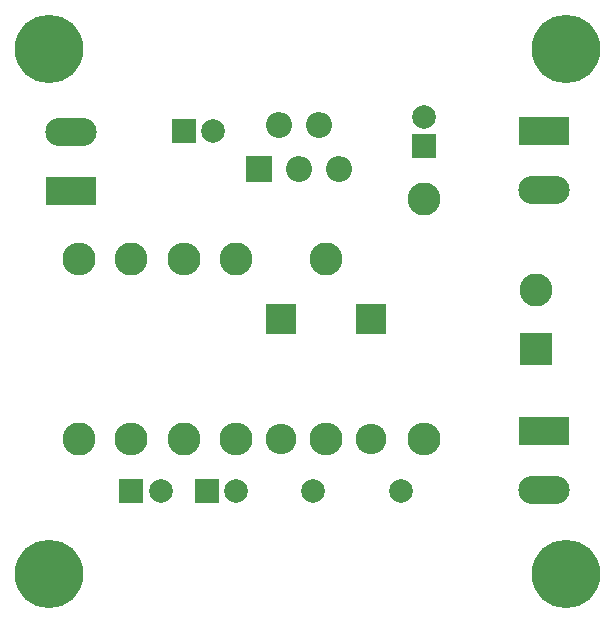
<source format=gbr>
G04 #@! TF.GenerationSoftware,KiCad,Pcbnew,(5.0.0)*
G04 #@! TF.CreationDate,2018-07-25T01:58:25+02:00*
G04 #@! TF.ProjectId,tda2030MonoAmplifier,746461323033304D6F6E6F416D706C69,rev?*
G04 #@! TF.SameCoordinates,Original*
G04 #@! TF.FileFunction,Soldermask,Top*
G04 #@! TF.FilePolarity,Negative*
%FSLAX46Y46*%
G04 Gerber Fmt 4.6, Leading zero omitted, Abs format (unit mm)*
G04 Created by KiCad (PCBNEW (5.0.0)) date 07/25/18 01:58:25*
%MOMM*%
%LPD*%
G01*
G04 APERTURE LIST*
%ADD10R,4.360000X2.380000*%
%ADD11O,4.360000X2.380000*%
%ADD12R,2.000000X2.000000*%
%ADD13C,2.000000*%
%ADD14R,2.800000X2.800000*%
%ADD15C,2.800000*%
%ADD16O,2.600000X2.600000*%
%ADD17R,2.600000X2.600000*%
%ADD18C,5.800000*%
%ADD19O,2.800000X2.800000*%
%ADD20R,2.200000X2.200000*%
%ADD21O,2.200000X2.200000*%
G04 APERTURE END LIST*
D10*
G04 #@! TO.C,Speaker*
X153035000Y-103505000D03*
D11*
X153035000Y-108505000D03*
G04 #@! TD*
D12*
G04 #@! TO.C,C1*
X122555000Y-103505000D03*
D13*
X125055000Y-103505000D03*
G04 #@! TD*
D12*
G04 #@! TO.C,C2*
X124500000Y-133985000D03*
D13*
X127000000Y-133985000D03*
G04 #@! TD*
G04 #@! TO.C,C3*
X142875000Y-102275000D03*
D12*
X142875000Y-104775000D03*
G04 #@! TD*
G04 #@! TO.C,C4*
X118110000Y-133985000D03*
D13*
X120610000Y-133985000D03*
G04 #@! TD*
G04 #@! TO.C,C5*
X140970000Y-133985000D03*
X133470000Y-133985000D03*
G04 #@! TD*
D14*
G04 #@! TO.C,C6*
X152400000Y-121920000D03*
D15*
X152400000Y-116920000D03*
G04 #@! TD*
D16*
G04 #@! TO.C,D1*
X138430000Y-129540000D03*
D17*
X138430000Y-119380000D03*
G04 #@! TD*
G04 #@! TO.C,D2*
X130810000Y-119380000D03*
D16*
X130810000Y-129540000D03*
G04 #@! TD*
D10*
G04 #@! TO.C,IN*
X113030000Y-108585000D03*
D11*
X113030000Y-103585000D03*
G04 #@! TD*
G04 #@! TO.C,Power*
X153035000Y-133905000D03*
D10*
X153035000Y-128905000D03*
G04 #@! TD*
D18*
G04 #@! TO.C,MH1*
X154940000Y-96520000D03*
G04 #@! TD*
G04 #@! TO.C,MH2*
X111125000Y-140970000D03*
G04 #@! TD*
G04 #@! TO.C,MH3*
X154940000Y-140970000D03*
G04 #@! TD*
G04 #@! TO.C,MH4*
X111125000Y-96520000D03*
G04 #@! TD*
D19*
G04 #@! TO.C,R1*
X127000000Y-129540000D03*
D15*
X127000000Y-114300000D03*
G04 #@! TD*
G04 #@! TO.C,R2*
X122555000Y-129540000D03*
D19*
X122555000Y-114300000D03*
G04 #@! TD*
D15*
G04 #@! TO.C,R3*
X134620000Y-114300000D03*
D19*
X134620000Y-129540000D03*
G04 #@! TD*
G04 #@! TO.C,R4*
X113665000Y-114300000D03*
D15*
X113665000Y-129540000D03*
G04 #@! TD*
G04 #@! TO.C,R5*
X118110000Y-114300000D03*
D19*
X118110000Y-129540000D03*
G04 #@! TD*
D15*
G04 #@! TO.C,R6*
X142875000Y-109220000D03*
D19*
X142875000Y-129540000D03*
G04 #@! TD*
D20*
G04 #@! TO.C,U1*
X128905000Y-106680000D03*
D21*
X130605000Y-102980000D03*
X132305000Y-106680000D03*
X134005000Y-102980000D03*
X135705000Y-106680000D03*
G04 #@! TD*
M02*

</source>
